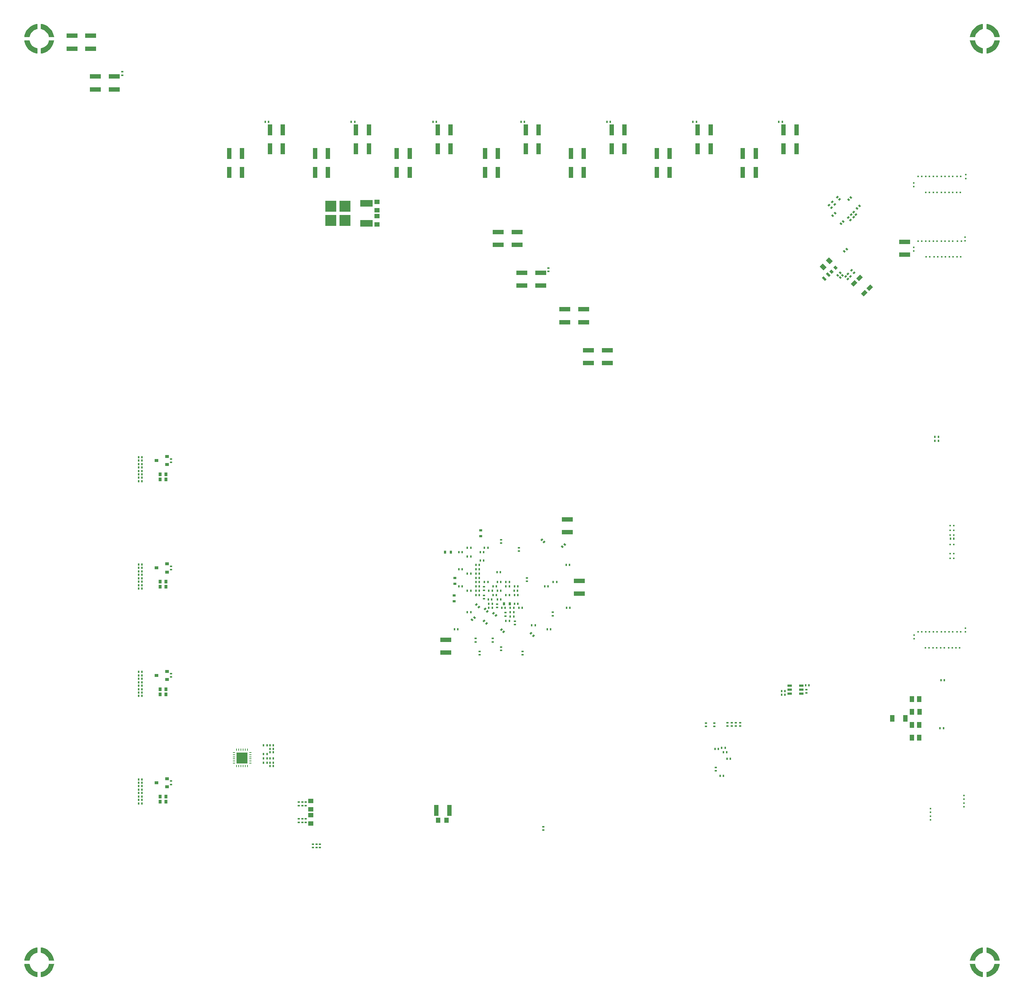
<source format=gbp>
G04*
G04 #@! TF.GenerationSoftware,Altium Limited,Altium Designer,22.10.1 (41)*
G04*
G04 Layer_Color=128*
%FSAX44Y44*%
%MOMM*%
G71*
G04*
G04 #@! TF.SameCoordinates,5DDCA6B8-CE55-411C-979C-A3AAA62AB61D*
G04*
G04*
G04 #@! TF.FilePolarity,Positive*
G04*
G01*
G75*
%ADD40R,0.3800X0.4800*%
%ADD48R,0.4800X0.3800*%
%ADD49R,0.4100X0.3600*%
%ADD50R,0.3600X0.4100*%
%ADD52R,1.0000X1.2500*%
%ADD53R,2.5000X1.0000*%
%ADD97R,1.0000X0.5000*%
%ADD105R,0.9500X0.6500*%
%ADD107R,1.2500X1.0000*%
%ADD108R,1.0000X2.5000*%
G04:AMPARAMS|DCode=114|XSize=0.48mm|YSize=0.38mm|CornerRadius=0mm|HoleSize=0mm|Usage=FLASHONLY|Rotation=45.000|XOffset=0mm|YOffset=0mm|HoleType=Round|Shape=Rectangle|*
%AMROTATEDRECTD114*
4,1,4,-0.0354,-0.3041,-0.3041,-0.0354,0.0354,0.3041,0.3041,0.0354,-0.0354,-0.3041,0.0*
%
%ADD114ROTATEDRECTD114*%

G04:AMPARAMS|DCode=115|XSize=0.48mm|YSize=0.38mm|CornerRadius=0mm|HoleSize=0mm|Usage=FLASHONLY|Rotation=135.000|XOffset=0mm|YOffset=0mm|HoleType=Round|Shape=Rectangle|*
%AMROTATEDRECTD115*
4,1,4,0.3041,-0.0354,0.0354,-0.3041,-0.3041,0.0354,-0.0354,0.3041,0.3041,-0.0354,0.0*
%
%ADD115ROTATEDRECTD115*%

%ADD118R,0.8000X0.6300*%
%ADD119R,0.6300X0.8000*%
%ADD230R,2.6000X2.6000*%
%ADD292R,1.0000X1.6000*%
G04:AMPARAMS|DCode=293|XSize=0.91mm|YSize=1.22mm|CornerRadius=0mm|HoleSize=0mm|Usage=FLASHONLY|Rotation=315.000|XOffset=0mm|YOffset=0mm|HoleType=Round|Shape=Rectangle|*
%AMROTATEDRECTD293*
4,1,4,-0.7531,-0.1096,0.1096,0.7531,0.7531,0.1096,-0.1096,-0.7531,-0.7531,-0.1096,0.0*
%
%ADD293ROTATEDRECTD293*%

G04:AMPARAMS|DCode=294|XSize=0.55mm|YSize=1mm|CornerRadius=0mm|HoleSize=0mm|Usage=FLASHONLY|Rotation=225.000|XOffset=0mm|YOffset=0mm|HoleType=Round|Shape=Rectangle|*
%AMROTATEDRECTD294*
4,1,4,-0.1591,0.5480,0.5480,-0.1591,0.1591,-0.5480,-0.5480,0.1591,-0.1591,0.5480,0.0*
%
%ADD294ROTATEDRECTD294*%

%ADD295R,0.6500X0.9000*%
%ADD296R,1.1000X1.4000*%
%ADD297R,0.2500X0.6000*%
%ADD298R,0.6000X0.2500*%
%ADD301R,3.0000X1.6000*%
G04:AMPARAMS|DCode=302|XSize=0.8mm|YSize=0.63mm|CornerRadius=0mm|HoleSize=0mm|Usage=FLASHONLY|Rotation=315.000|XOffset=0mm|YOffset=0mm|HoleType=Round|Shape=Rectangle|*
%AMROTATEDRECTD302*
4,1,4,-0.5056,0.0601,-0.0601,0.5056,0.5056,-0.0601,0.0601,-0.5056,-0.5056,0.0601,0.0*
%
%ADD302ROTATEDRECTD302*%

G04:AMPARAMS|DCode=303|XSize=1mm|YSize=1.25mm|CornerRadius=0mm|HoleSize=0mm|Usage=FLASHONLY|Rotation=225.000|XOffset=0mm|YOffset=0mm|HoleType=Round|Shape=Rectangle|*
%AMROTATEDRECTD303*
4,1,4,-0.0884,0.7955,0.7955,-0.0884,0.0884,-0.7955,-0.7955,0.0884,-0.0884,0.7955,0.0*
%
%ADD303ROTATEDRECTD303*%

%ADD316R,2.5000X2.5000*%
G36*
X00046000Y00027500D02*
X00044299Y00027870D01*
X00041006Y00028991D01*
X00037922Y00030600D01*
X00035117Y00032658D01*
X00032658Y00035117D01*
X00030600Y00037922D01*
X00028991Y00041006D01*
X00027870Y00044299D01*
X00027500Y00046000D01*
D01*
Y00046000D01*
X00015500Y00046000D01*
X00015835Y00043104D01*
X00017463Y00037505D01*
X00020001Y00032256D01*
X00023379Y00027503D01*
X00027502Y00023380D01*
X00032255Y00020002D01*
X00037504Y00017463D01*
X00043103Y00015835D01*
X00045999Y00015500D01*
X00045999Y00015500D01*
X00046000Y00027500D01*
D02*
G37*
G36*
X00027500Y00054000D02*
X00027870Y00055701D01*
X00028991Y00058994D01*
X00030600Y00062078D01*
X00032658Y00064883D01*
X00035117Y00067342D01*
X00037922Y00069400D01*
X00041006Y00071009D01*
X00044299Y00072130D01*
X00046000Y00072500D01*
Y00072500D01*
X00046000D01*
X00046000Y00084500D01*
X00043104Y00084165D01*
X00037505Y00082537D01*
X00032256Y00079999D01*
X00027503Y00076621D01*
X00023380Y00072498D01*
X00020002Y00067745D01*
X00017463Y00062496D01*
X00015835Y00056897D01*
X00015500Y00054001D01*
X00015500D01*
X00027500Y00054000D01*
D02*
G37*
G36*
X00072500Y00046000D02*
X00072130Y00044299D01*
X00071009Y00041006D01*
X00069400Y00037922D01*
X00067342Y00035117D01*
X00064883Y00032658D01*
X00062078Y00030600D01*
X00058994Y00028991D01*
X00055701Y00027870D01*
X00054000Y00027500D01*
X00054000D01*
X00054000D01*
Y00015500D01*
X00056896Y00015835D01*
X00062495Y00017463D01*
X00067744Y00020001D01*
X00072497Y00023379D01*
X00076620Y00027502D01*
X00079998Y00032255D01*
X00082537Y00037504D01*
X00084164Y00043103D01*
X00084500Y00045999D01*
Y00046000D01*
X00072500Y00046000D01*
D02*
G37*
G36*
X00054000Y00072500D02*
X00055701Y00072130D01*
X00058994Y00071009D01*
X00062078Y00069400D01*
X00064882Y00067342D01*
X00067342Y00064883D01*
X00069400Y00062078D01*
X00071009Y00058994D01*
X00072130Y00055701D01*
X00072500Y00054000D01*
X00072500Y00054000D01*
Y00054000D01*
X00084500D01*
X00084165Y00056896D01*
X00082537Y00062495D01*
X00079999Y00067744D01*
X00076621Y00072497D01*
X00072498Y00076620D01*
X00067745Y00079998D01*
X00062495Y00082537D01*
X00056897Y00084164D01*
X00054000Y00084500D01*
D01*
X00054000Y00072500D01*
D02*
G37*
G36*
X00046000Y02177500D02*
X00044299Y02177870D01*
X00041006Y02178991D01*
X00037922Y02180600D01*
X00035117Y02182658D01*
X00032658Y02185117D01*
X00030600Y02187922D01*
X00028991Y02191006D01*
X00027870Y02194299D01*
X00027500Y02196000D01*
D01*
Y02196000D01*
X00015500Y02196000D01*
X00015835Y02193104D01*
X00017463Y02187505D01*
X00020001Y02182256D01*
X00023379Y02177503D01*
X00027502Y02173380D01*
X00032255Y02170002D01*
X00037504Y02167463D01*
X00043103Y02165836D01*
X00045999Y02165500D01*
X00045999Y02165500D01*
X00046000Y02177500D01*
D02*
G37*
G36*
X00027500Y02204000D02*
X00027870Y02205701D01*
X00028991Y02208994D01*
X00030600Y02212078D01*
X00032658Y02214883D01*
X00035117Y02217342D01*
X00037922Y02219400D01*
X00041006Y02221009D01*
X00044299Y02222130D01*
X00046000Y02222500D01*
Y02222500D01*
X00046000D01*
X00046000Y02234500D01*
X00043104Y02234165D01*
X00037505Y02232537D01*
X00032256Y02229999D01*
X00027503Y02226621D01*
X00023380Y02222498D01*
X00020002Y02217745D01*
X00017463Y02212496D01*
X00015835Y02206897D01*
X00015500Y02204001D01*
X00015500D01*
X00027500Y02204000D01*
D02*
G37*
G36*
X00072500Y02196000D02*
X00072130Y02194299D01*
X00071009Y02191006D01*
X00069400Y02187922D01*
X00067342Y02185117D01*
X00064883Y02182658D01*
X00062078Y02180600D01*
X00058994Y02178991D01*
X00055701Y02177870D01*
X00054000Y02177500D01*
X00054000D01*
X00054000D01*
Y02165500D01*
X00056896Y02165835D01*
X00062495Y02167463D01*
X00067744Y02170001D01*
X00072497Y02173379D01*
X00076620Y02177502D01*
X00079998Y02182255D01*
X00082537Y02187504D01*
X00084164Y02193103D01*
X00084500Y02195999D01*
Y02196000D01*
X00072500Y02196000D01*
D02*
G37*
G36*
X00054000Y02222500D02*
X00055701Y02222130D01*
X00058994Y02221009D01*
X00062078Y02219400D01*
X00064882Y02217342D01*
X00067342Y02214883D01*
X00069400Y02212078D01*
X00071009Y02208994D01*
X00072130Y02205701D01*
X00072500Y02204000D01*
X00072500Y02204000D01*
Y02204000D01*
X00084500D01*
X00084165Y02206896D01*
X00082537Y02212495D01*
X00079999Y02217744D01*
X00076621Y02222497D01*
X00072498Y02226620D01*
X00067745Y02229998D01*
X00062495Y02232537D01*
X00056897Y02234164D01*
X00054000Y02234500D01*
D01*
X00054000Y02222500D01*
D02*
G37*
G36*
X02246000Y00027500D02*
X02244299Y00027870D01*
X02241006Y00028991D01*
X02237922Y00030600D01*
X02235117Y00032658D01*
X02232658Y00035117D01*
X02230600Y00037922D01*
X02228991Y00041006D01*
X02227870Y00044299D01*
X02227500Y00046000D01*
D01*
Y00046000D01*
X02215500Y00046000D01*
X02215835Y00043104D01*
X02217463Y00037505D01*
X02220001Y00032256D01*
X02223379Y00027503D01*
X02227502Y00023380D01*
X02232255Y00020002D01*
X02237504Y00017463D01*
X02243103Y00015835D01*
X02245999Y00015500D01*
X02245999Y00015500D01*
X02246000Y00027500D01*
D02*
G37*
G36*
X02227500Y00054000D02*
X02227870Y00055701D01*
X02228991Y00058994D01*
X02230600Y00062078D01*
X02232658Y00064883D01*
X02235117Y00067342D01*
X02237922Y00069400D01*
X02241006Y00071009D01*
X02244299Y00072130D01*
X02246000Y00072500D01*
Y00072500D01*
X02246000D01*
X02246000Y00084500D01*
X02243104Y00084165D01*
X02237505Y00082537D01*
X02232256Y00079999D01*
X02227503Y00076621D01*
X02223380Y00072498D01*
X02220002Y00067745D01*
X02217463Y00062496D01*
X02215836Y00056897D01*
X02215500Y00054001D01*
X02215500D01*
X02227500Y00054000D01*
D02*
G37*
G36*
X02272500Y00046000D02*
X02272130Y00044299D01*
X02271009Y00041006D01*
X02269400Y00037922D01*
X02267342Y00035117D01*
X02264883Y00032658D01*
X02262078Y00030600D01*
X02258994Y00028991D01*
X02255701Y00027870D01*
X02254000Y00027500D01*
X02254000D01*
X02254000D01*
Y00015500D01*
X02256896Y00015835D01*
X02262495Y00017463D01*
X02267744Y00020001D01*
X02272497Y00023379D01*
X02276620Y00027502D01*
X02279998Y00032255D01*
X02282537Y00037504D01*
X02284164Y00043103D01*
X02284500Y00045999D01*
Y00046000D01*
X02272500Y00046000D01*
D02*
G37*
G36*
X02254000Y00072500D02*
X02255701Y00072130D01*
X02258994Y00071009D01*
X02262078Y00069400D01*
X02264883Y00067342D01*
X02267342Y00064883D01*
X02269400Y00062078D01*
X02271009Y00058994D01*
X02272130Y00055701D01*
X02272500Y00054000D01*
X02272500Y00054000D01*
Y00054000D01*
X02284500D01*
X02284165Y00056896D01*
X02282537Y00062495D01*
X02279999Y00067744D01*
X02276621Y00072497D01*
X02272498Y00076620D01*
X02267745Y00079998D01*
X02262496Y00082537D01*
X02256897Y00084164D01*
X02254000Y00084500D01*
D01*
X02254000Y00072500D01*
D02*
G37*
G36*
X02246000Y02177500D02*
X02244299Y02177870D01*
X02241006Y02178991D01*
X02237922Y02180600D01*
X02235117Y02182658D01*
X02232658Y02185117D01*
X02230600Y02187922D01*
X02228991Y02191006D01*
X02227870Y02194299D01*
X02227500Y02196000D01*
D01*
Y02196000D01*
X02215500Y02196000D01*
X02215835Y02193104D01*
X02217463Y02187505D01*
X02220001Y02182256D01*
X02223379Y02177503D01*
X02227502Y02173380D01*
X02232255Y02170002D01*
X02237504Y02167463D01*
X02243103Y02165836D01*
X02245999Y02165500D01*
X02245999Y02165500D01*
X02246000Y02177500D01*
D02*
G37*
G36*
X02227500Y02204000D02*
X02227870Y02205701D01*
X02228991Y02208994D01*
X02230600Y02212078D01*
X02232658Y02214883D01*
X02235117Y02217342D01*
X02237922Y02219400D01*
X02241006Y02221009D01*
X02244299Y02222130D01*
X02246000Y02222500D01*
Y02222500D01*
X02246000D01*
X02246000Y02234500D01*
X02243104Y02234165D01*
X02237505Y02232537D01*
X02232256Y02229999D01*
X02227503Y02226621D01*
X02223380Y02222498D01*
X02220002Y02217745D01*
X02217463Y02212496D01*
X02215836Y02206897D01*
X02215500Y02204001D01*
X02215500D01*
X02227500Y02204000D01*
D02*
G37*
G36*
X02272500Y02196000D02*
X02272130Y02194299D01*
X02271009Y02191006D01*
X02269400Y02187922D01*
X02267342Y02185117D01*
X02264883Y02182658D01*
X02262078Y02180600D01*
X02258994Y02178991D01*
X02255701Y02177870D01*
X02254000Y02177500D01*
X02254000D01*
X02254000D01*
Y02165500D01*
X02256896Y02165835D01*
X02262495Y02167463D01*
X02267744Y02170001D01*
X02272497Y02173379D01*
X02276620Y02177502D01*
X02279998Y02182255D01*
X02282537Y02187504D01*
X02284164Y02193103D01*
X02284500Y02195999D01*
Y02196000D01*
X02272500Y02196000D01*
D02*
G37*
G36*
X02254000Y02222500D02*
X02255701Y02222130D01*
X02258994Y02221009D01*
X02262078Y02219400D01*
X02264883Y02217342D01*
X02267342Y02214883D01*
X02269400Y02212078D01*
X02271009Y02208994D01*
X02272130Y02205701D01*
X02272500Y02204000D01*
X02272500Y02204000D01*
Y02204000D01*
X02284500D01*
X02284165Y02206896D01*
X02282537Y02212495D01*
X02279999Y02217744D01*
X02276621Y02222497D01*
X02272498Y02226620D01*
X02267745Y02229998D01*
X02262496Y02232537D01*
X02256897Y02234164D01*
X02254000Y02234500D01*
D01*
X02254000Y02222500D01*
D02*
G37*
D40*
X02170050Y01036000D02*
D03*
X02177950D02*
D03*
X01226050Y00925000D02*
D03*
X01233950D02*
D03*
X01840950Y00695000D02*
D03*
X01833050Y00695000D02*
D03*
X00966050Y02006000D02*
D03*
X00973950D02*
D03*
X00576050Y02006000D02*
D03*
X00583950D02*
D03*
X00579950Y00515000D02*
D03*
X00572050Y00515000D02*
D03*
X01784950Y00681000D02*
D03*
X01777050Y00681000D02*
D03*
X01784950Y00673000D02*
D03*
X01777050D02*
D03*
X02146050Y00595000D02*
D03*
X02153950D02*
D03*
X02148050Y00707000D02*
D03*
X02155950D02*
D03*
X01106050Y00925000D02*
D03*
X01113950D02*
D03*
X01143950Y00925000D02*
D03*
X01136050D02*
D03*
X01163950D02*
D03*
X01156050D02*
D03*
X01116050Y00915000D02*
D03*
X01123950Y00915000D02*
D03*
X01093950Y00935000D02*
D03*
X01086050D02*
D03*
X01116050Y00935000D02*
D03*
X01123950D02*
D03*
X01096050Y00915000D02*
D03*
X01103950D02*
D03*
X01143950Y00905000D02*
D03*
X01136050D02*
D03*
X01136050Y00935000D02*
D03*
X01143950D02*
D03*
X01153950Y00875000D02*
D03*
X01146050D02*
D03*
X01106050Y00905000D02*
D03*
X01113950D02*
D03*
X01163950Y00905000D02*
D03*
X01156050D02*
D03*
Y00885000D02*
D03*
X01163950D02*
D03*
X01155050Y00915000D02*
D03*
X01162950D02*
D03*
X01146050Y00865000D02*
D03*
X01153950D02*
D03*
X01096050Y00875000D02*
D03*
X01103950D02*
D03*
X01095050Y00895000D02*
D03*
X01102950D02*
D03*
X01133950Y00875000D02*
D03*
X01126050Y00875000D02*
D03*
X01116050Y00895000D02*
D03*
X01123950Y00895000D02*
D03*
X01103950Y00885000D02*
D03*
X01096050D02*
D03*
X01066050Y00965000D02*
D03*
X01073950D02*
D03*
X01083950Y00985000D02*
D03*
X01076050D02*
D03*
X01073950Y00915000D02*
D03*
X01066050D02*
D03*
X01016050Y00825000D02*
D03*
X01023950D02*
D03*
X01122950Y00958000D02*
D03*
X01115050D02*
D03*
X01086050Y01015000D02*
D03*
X01093950D02*
D03*
X01166050Y00875000D02*
D03*
X01173950D02*
D03*
X01246050Y00935000D02*
D03*
X01253950D02*
D03*
X01284950Y00875000D02*
D03*
X01277050D02*
D03*
X01239950Y00825000D02*
D03*
X01232050D02*
D03*
X01283950Y00975000D02*
D03*
X01276050D02*
D03*
X02141950Y01264000D02*
D03*
X00783950Y02006000D02*
D03*
X01178950Y02006000D02*
D03*
X01778950D02*
D03*
X01578950D02*
D03*
X01378950D02*
D03*
X01136050Y00845000D02*
D03*
X01203950Y00835000D02*
D03*
X01053950Y00955000D02*
D03*
X01066050Y00905000D02*
D03*
X01053950Y00915000D02*
D03*
X01026050Y00925000D02*
D03*
X01053950Y01015000D02*
D03*
X01026050Y00965000D02*
D03*
Y01005000D02*
D03*
X01066050Y00945000D02*
D03*
X01053950Y00995000D02*
D03*
X01066050Y00925000D02*
D03*
X01083950Y01005000D02*
D03*
X00572050Y00525000D02*
D03*
Y00555000D02*
D03*
X00579950Y00535000D02*
D03*
X01629950Y00547000D02*
D03*
X01638050Y00549000D02*
D03*
X01650050Y00524000D02*
D03*
X01649950Y00539000D02*
D03*
X01641950Y00484000D02*
D03*
X01073950Y00905000D02*
D03*
X00594950Y00555000D02*
D03*
Y00515000D02*
D03*
X00594950Y00525000D02*
D03*
X00594950Y00507000D02*
D03*
X00594950Y00547000D02*
D03*
Y00539000D02*
D03*
X00572050Y00535000D02*
D03*
X01645950Y00549000D02*
D03*
X01634050Y00484000D02*
D03*
X02141950Y01273000D02*
D03*
X00281050Y00428000D02*
D03*
Y00420000D02*
D03*
Y00436000D02*
D03*
Y00444000D02*
D03*
Y00452000D02*
D03*
Y00460000D02*
D03*
Y00468000D02*
D03*
Y00476000D02*
D03*
Y00726000D02*
D03*
Y00694000D02*
D03*
Y00702000D02*
D03*
Y00710000D02*
D03*
Y00686000D02*
D03*
Y00678000D02*
D03*
Y00718000D02*
D03*
Y00670000D02*
D03*
Y00928000D02*
D03*
Y00944000D02*
D03*
Y00920000D02*
D03*
Y00976000D02*
D03*
Y00952000D02*
D03*
Y00936000D02*
D03*
Y00960000D02*
D03*
Y00968000D02*
D03*
Y01178000D02*
D03*
Y01194000D02*
D03*
Y01186000D02*
D03*
Y01170000D02*
D03*
Y01226000D02*
D03*
Y01210000D02*
D03*
Y01218000D02*
D03*
Y01202000D02*
D03*
X01657950Y00524000D02*
D03*
X01642050Y00539000D02*
D03*
X01073950Y00945000D02*
D03*
X01076050Y01005000D02*
D03*
X01073950Y00925000D02*
D03*
X01046050Y00955000D02*
D03*
Y01015000D02*
D03*
X01033950Y00925000D02*
D03*
Y00965000D02*
D03*
X01046050Y00995000D02*
D03*
X01033950Y01005000D02*
D03*
X01046050Y00915000D02*
D03*
X00579950Y00525000D02*
D03*
X00587050Y00515000D02*
D03*
X00587050Y00507000D02*
D03*
Y00547000D02*
D03*
X00579950Y00555000D02*
D03*
X00587050Y00539000D02*
D03*
X00587050Y00525000D02*
D03*
X00587050Y00555000D02*
D03*
X01073950Y00955000D02*
D03*
X01066050D02*
D03*
X01073950Y00975000D02*
D03*
X01066050Y00975000D02*
D03*
X01073950Y00935000D02*
D03*
X01066050D02*
D03*
X01622050Y00547000D02*
D03*
X00288950Y01202000D02*
D03*
Y01218000D02*
D03*
Y01210000D02*
D03*
Y01226000D02*
D03*
Y01170000D02*
D03*
Y01186000D02*
D03*
Y01194000D02*
D03*
Y01178000D02*
D03*
Y00968000D02*
D03*
Y00960000D02*
D03*
Y00936000D02*
D03*
Y00952000D02*
D03*
Y00976000D02*
D03*
Y00920000D02*
D03*
Y00944000D02*
D03*
Y00928000D02*
D03*
Y00670000D02*
D03*
Y00718000D02*
D03*
Y00678000D02*
D03*
Y00686000D02*
D03*
Y00710000D02*
D03*
Y00702000D02*
D03*
Y00694000D02*
D03*
Y00726000D02*
D03*
Y00476000D02*
D03*
Y00468000D02*
D03*
Y00460000D02*
D03*
Y00452000D02*
D03*
Y00444000D02*
D03*
Y00436000D02*
D03*
Y00420000D02*
D03*
Y00428000D02*
D03*
X01196050Y00835000D02*
D03*
X01146050Y00855000D02*
D03*
X01153950D02*
D03*
X01143950Y00845000D02*
D03*
X01053950Y00865000D02*
D03*
X01046050D02*
D03*
X01371050Y02006000D02*
D03*
X01571050Y02006000D02*
D03*
X01771050D02*
D03*
X01171050Y02006000D02*
D03*
X00776050D02*
D03*
X02134050Y01264000D02*
D03*
X02134050Y01273000D02*
D03*
D48*
X01621000Y00606950D02*
D03*
X01621000Y00599050D02*
D03*
X01671000Y00607950D02*
D03*
Y00600050D02*
D03*
X01661000Y00607950D02*
D03*
Y00600050D02*
D03*
X01601000Y00606950D02*
D03*
X01601000Y00599050D02*
D03*
X01651000Y00607950D02*
D03*
X01651000Y00600050D02*
D03*
X01681000Y00607950D02*
D03*
Y00600050D02*
D03*
X01835000Y00677050D02*
D03*
Y00684950D02*
D03*
X00654000Y00422950D02*
D03*
Y00415050D02*
D03*
Y00383950D02*
D03*
Y00376050D02*
D03*
X01115000Y00876050D02*
D03*
X01115000Y00883950D02*
D03*
X01175000Y00766050D02*
D03*
Y00773950D02*
D03*
X01157000Y00843950D02*
D03*
Y00836050D02*
D03*
X01075000Y00766050D02*
D03*
Y00773950D02*
D03*
X01065000Y00796050D02*
D03*
Y00803950D02*
D03*
X01185000Y00937050D02*
D03*
Y00944950D02*
D03*
X01166000Y01014950D02*
D03*
Y01007050D02*
D03*
X01125000Y01033950D02*
D03*
Y01026050D02*
D03*
X01245000Y00857050D02*
D03*
Y00864950D02*
D03*
X01085000Y00903950D02*
D03*
Y00896050D02*
D03*
X01085000Y00916050D02*
D03*
X01085000Y00923950D02*
D03*
X00243000Y02115050D02*
D03*
X01135000Y00863950D02*
D03*
X01235000Y01658050D02*
D03*
X01125000Y00776050D02*
D03*
X00357000Y00464050D02*
D03*
X00357000Y00714050D02*
D03*
Y00964050D02*
D03*
Y01214050D02*
D03*
X00670000Y00422950D02*
D03*
X00662000D02*
D03*
X01223000Y00358050D02*
D03*
X01624000Y00503950D02*
D03*
Y00496050D02*
D03*
X00687000Y00317050D02*
D03*
X00695000Y00317050D02*
D03*
X01105000Y00803950D02*
D03*
X01105000Y00796050D02*
D03*
X00703000Y00324950D02*
D03*
Y00317050D02*
D03*
X01223000Y00365950D02*
D03*
X00687000Y00324950D02*
D03*
X00695000D02*
D03*
X00670000Y00415050D02*
D03*
X00662000D02*
D03*
X00670000Y00383950D02*
D03*
Y00376050D02*
D03*
X00662000Y00383950D02*
D03*
Y00376050D02*
D03*
X00357000Y01221950D02*
D03*
Y00971950D02*
D03*
Y00721950D02*
D03*
X00357000Y00471950D02*
D03*
X01125000Y00783950D02*
D03*
X01235000Y01665950D02*
D03*
X01135000Y00856050D02*
D03*
X00243000Y02122950D02*
D03*
D49*
X02169750Y00990000D02*
D03*
X02178250D02*
D03*
X02169750Y01001000D02*
D03*
X02178250D02*
D03*
X02169750Y01023000D02*
D03*
X02178250D02*
D03*
X02169750Y01045000D02*
D03*
X02178250D02*
D03*
X02169750Y01056000D02*
D03*
X02178250D02*
D03*
X02169750Y01067000D02*
D03*
X02178250D02*
D03*
X02094750Y01729000D02*
D03*
X02103250D02*
D03*
X02175000Y00819000D02*
D03*
X02191250Y00782000D02*
D03*
X02165750Y00782000D02*
D03*
X02148750Y00819000D02*
D03*
X02103250Y00819000D02*
D03*
X02120250Y00782000D02*
D03*
X02112750Y00819000D02*
D03*
X02185750Y00819000D02*
D03*
X02156250Y00782000D02*
D03*
X02129750D02*
D03*
X02139250Y00819000D02*
D03*
X02103250Y01879000D02*
D03*
X02121500Y01842000D02*
D03*
X02112750Y01879000D02*
D03*
X02139250D02*
D03*
X02130750Y01842000D02*
D03*
X02157250D02*
D03*
X02148750Y01879000D02*
D03*
X02175000Y01879000D02*
D03*
X02166750Y01842000D02*
D03*
X02193250D02*
D03*
X02185750Y01879000D02*
D03*
X02112750Y01729000D02*
D03*
X02139250D02*
D03*
X02122250Y01692000D02*
D03*
X02131750D02*
D03*
X02186750Y01729000D02*
D03*
X02194250Y01692000D02*
D03*
X02175000Y01729000D02*
D03*
X02167750Y01692000D02*
D03*
X02158250D02*
D03*
X02148750Y01729000D02*
D03*
X02194250Y01879000D02*
D03*
X02184750Y01842000D02*
D03*
X02130750Y01879000D02*
D03*
X02113000Y01842000D02*
D03*
X02121250Y01879000D02*
D03*
X02094750D02*
D03*
X02148750Y01842000D02*
D03*
X02139250D02*
D03*
X02175250D02*
D03*
X02166500Y01879000D02*
D03*
X02157250Y01879000D02*
D03*
Y01729000D02*
D03*
X02149750Y01692000D02*
D03*
X02176250D02*
D03*
X02166500Y01729000D02*
D03*
X02121250Y01729000D02*
D03*
X02140250Y01692000D02*
D03*
X02113750D02*
D03*
X02130750Y01729000D02*
D03*
X02185750Y01692000D02*
D03*
X02195250Y01729000D02*
D03*
X02130750Y00819000D02*
D03*
X02138250Y00782000D02*
D03*
X02147750D02*
D03*
X02194250Y00819000D02*
D03*
X02121250Y00819000D02*
D03*
X02111750Y00782000D02*
D03*
X02094750Y00819000D02*
D03*
X02157250Y00819000D02*
D03*
X02174250Y00782000D02*
D03*
X02182750Y00782000D02*
D03*
X02166500Y00819000D02*
D03*
D50*
X02205000Y00828250D02*
D03*
X02086000Y00812000D02*
D03*
X02124000Y00381750D02*
D03*
X02124000Y00408250D02*
D03*
X02202000Y00438250D02*
D03*
Y00411750D02*
D03*
X02085000Y01864250D02*
D03*
X02206000Y01874750D02*
D03*
X02085000Y01714250D02*
D03*
X02204000Y01738250D02*
D03*
X02085000Y01705750D02*
D03*
X02206000Y01883250D02*
D03*
X02085000Y01855750D02*
D03*
X02204000Y01729750D02*
D03*
X02202000Y00420250D02*
D03*
Y00429750D02*
D03*
X02124000Y00399750D02*
D03*
X02124000Y00390250D02*
D03*
X02086000Y00803500D02*
D03*
X02205000Y00819750D02*
D03*
D52*
X00998000Y00380998D02*
D03*
X00978000D02*
D03*
D53*
X01118000Y01750000D02*
D03*
Y01720000D02*
D03*
X01217000Y01625000D02*
D03*
X01217000Y01655000D02*
D03*
X01273000Y01570000D02*
D03*
Y01540000D02*
D03*
X01328000Y01445000D02*
D03*
Y01475000D02*
D03*
X01162000Y01750000D02*
D03*
X01162000Y01720000D02*
D03*
X01173000Y01625000D02*
D03*
Y01655000D02*
D03*
X01317000Y01570000D02*
D03*
Y01540000D02*
D03*
X01372000Y01445000D02*
D03*
Y01475000D02*
D03*
X00996000Y00801000D02*
D03*
Y00771000D02*
D03*
X01279000Y01081000D02*
D03*
Y01051000D02*
D03*
X01307000Y00908000D02*
D03*
Y00938000D02*
D03*
X00181000Y02112000D02*
D03*
X00225000D02*
D03*
X00126000Y02177000D02*
D03*
X00170000D02*
D03*
X02064000Y01727000D02*
D03*
Y01697000D02*
D03*
X00181000Y02082000D02*
D03*
X00225000Y02082000D02*
D03*
X00126000Y02207000D02*
D03*
X00170000D02*
D03*
D97*
X01796150Y00675500D02*
D03*
Y00694500D02*
D03*
X01823150Y00694500D02*
D03*
X01823150Y00675500D02*
D03*
X01823150Y00685000D02*
D03*
X01796150Y00685000D02*
D03*
D105*
X00347350Y00458500D02*
D03*
Y00708500D02*
D03*
Y00958500D02*
D03*
Y01208500D02*
D03*
Y01227500D02*
D03*
X00322650Y01218000D02*
D03*
X00347350Y00977500D02*
D03*
X00322650Y00968000D02*
D03*
X00347350Y00727500D02*
D03*
X00322650Y00718000D02*
D03*
X00347350Y00477500D02*
D03*
X00322650Y00468000D02*
D03*
D107*
X00835999Y01767500D02*
D03*
X00835999Y01787500D02*
D03*
X00836002Y01820500D02*
D03*
X00836002Y01800500D02*
D03*
X00681998Y00426000D02*
D03*
Y00393000D02*
D03*
Y00373000D02*
D03*
Y00406000D02*
D03*
D108*
X00974000Y00404000D02*
D03*
X01004000D02*
D03*
X00882000Y01933000D02*
D03*
X00912000Y01933000D02*
D03*
X00882000Y01889000D02*
D03*
X00912000D02*
D03*
X01007000Y01944000D02*
D03*
X00977000Y01944000D02*
D03*
X01007000Y01988000D02*
D03*
X00977000Y01988000D02*
D03*
X00617000Y01988000D02*
D03*
X00587000D02*
D03*
X00492000Y01933000D02*
D03*
X00522000D02*
D03*
X00492000Y01889000D02*
D03*
X00522000D02*
D03*
X00617000Y01944000D02*
D03*
X00587000D02*
D03*
X00722000Y01933000D02*
D03*
Y01889000D02*
D03*
X00787000Y01944000D02*
D03*
Y01988000D02*
D03*
X01117000Y01889000D02*
D03*
X01117000Y01933000D02*
D03*
X01182000Y01988000D02*
D03*
Y01944000D02*
D03*
X01717000Y01889000D02*
D03*
Y01933000D02*
D03*
X01782000Y01944000D02*
D03*
Y01988000D02*
D03*
X01582000Y01944000D02*
D03*
Y01988000D02*
D03*
X01517000Y01933000D02*
D03*
Y01889000D02*
D03*
X01382000Y01944000D02*
D03*
X01382000Y01988000D02*
D03*
X01317000Y01933000D02*
D03*
Y01889000D02*
D03*
X01412000Y01944000D02*
D03*
X01412000Y01988000D02*
D03*
X01812000Y01944000D02*
D03*
Y01988000D02*
D03*
X01612000Y01944000D02*
D03*
Y01988000D02*
D03*
X00692000Y01933000D02*
D03*
Y01889000D02*
D03*
X01087000D02*
D03*
Y01933000D02*
D03*
X01687000Y01889000D02*
D03*
Y01933000D02*
D03*
X01487000D02*
D03*
Y01889000D02*
D03*
X01287000Y01933000D02*
D03*
Y01889000D02*
D03*
X01212000Y01944000D02*
D03*
Y01988000D02*
D03*
X00817000D02*
D03*
Y01944000D02*
D03*
D114*
X01130793Y00819207D02*
D03*
X01125207Y00824793D02*
D03*
X01090793Y00839207D02*
D03*
X01085207Y00844793D02*
D03*
X01199793Y00810207D02*
D03*
X01194207Y00815793D02*
D03*
X01931693Y01640973D02*
D03*
X01926106Y01646559D02*
D03*
X01945835Y01655115D02*
D03*
X01940249Y01660701D02*
D03*
X01937349Y01646630D02*
D03*
X01931763Y01652216D02*
D03*
X01937713Y01777751D02*
D03*
X01932127Y01783337D02*
D03*
X01950441Y01790479D02*
D03*
X01944855Y01796065D02*
D03*
X01944785Y01784822D02*
D03*
X01939198Y01790408D02*
D03*
X01895358Y01820107D02*
D03*
X01900944Y01814521D02*
D03*
X01906707Y01831385D02*
D03*
X01912293Y01825799D02*
D03*
X01887580Y01812328D02*
D03*
X01893166Y01806742D02*
D03*
X01219207Y01033793D02*
D03*
X01224793Y01028207D02*
D03*
X01067207Y00882793D02*
D03*
X01072793Y00877207D02*
D03*
X01092793Y00867207D02*
D03*
X01087207Y00872793D02*
D03*
X01107207Y00862793D02*
D03*
X01112793Y00857207D02*
D03*
D115*
X01913379Y01643801D02*
D03*
X01918965Y01649387D02*
D03*
X01907722Y01649458D02*
D03*
X01913308Y01655044D02*
D03*
X01928864Y01710199D02*
D03*
X01923278Y01704612D02*
D03*
X01958220Y01810914D02*
D03*
X01952634Y01805328D02*
D03*
X01938421Y01830713D02*
D03*
X01932834Y01825127D02*
D03*
X01915207Y01769207D02*
D03*
X01920793Y01774793D02*
D03*
X01896065Y01788358D02*
D03*
X01901651Y01793944D02*
D03*
X01272793Y01022793D02*
D03*
X01267207Y01017207D02*
D03*
X01062793Y00852793D02*
D03*
X01057207Y00847207D02*
D03*
D118*
X01015000Y00890250D02*
D03*
Y00903750D02*
D03*
X01017000Y00944750D02*
D03*
Y00931250D02*
D03*
X01077000Y01055750D02*
D03*
Y01042250D02*
D03*
D119*
X01131250Y00885000D02*
D03*
X01144750D02*
D03*
X00994250Y01005000D02*
D03*
X01007750D02*
D03*
D230*
X00728000Y01810001D02*
D03*
Y01777001D02*
D03*
X00761002Y01777000D02*
D03*
X00761000Y01809998D02*
D03*
D292*
X02065000Y00618000D02*
D03*
X02035000D02*
D03*
D293*
X01969558Y01607350D02*
D03*
X01946224Y01630685D02*
D03*
X01958952Y01643412D02*
D03*
X01982286Y01620078D02*
D03*
D294*
X01876581Y01641581D02*
D03*
X01885419Y01650419D02*
D03*
D295*
X00331250Y01174000D02*
D03*
X00344750D02*
D03*
Y00436000D02*
D03*
Y00424000D02*
D03*
Y00674000D02*
D03*
Y00686000D02*
D03*
Y00924000D02*
D03*
Y00936000D02*
D03*
Y01186000D02*
D03*
X00331250D02*
D03*
Y00936000D02*
D03*
Y00924000D02*
D03*
Y00686000D02*
D03*
Y00674000D02*
D03*
Y00424000D02*
D03*
Y00436000D02*
D03*
D296*
X02097750Y00573000D02*
D03*
X02080250D02*
D03*
Y00663000D02*
D03*
X02097750D02*
D03*
X02080250Y00603000D02*
D03*
X02097750D02*
D03*
X02080500Y00633000D02*
D03*
X02098000D02*
D03*
D297*
X00534500Y00506875D02*
D03*
X00529500D02*
D03*
X00524500Y00506875D02*
D03*
X00519500D02*
D03*
X00514500D02*
D03*
X00509500Y00506875D02*
D03*
Y00545130D02*
D03*
X00514500D02*
D03*
X00519500Y00545130D02*
D03*
X00524500D02*
D03*
X00529500D02*
D03*
X00534500D02*
D03*
D298*
X00502870Y00513500D02*
D03*
Y00518500D02*
D03*
Y00528500D02*
D03*
X00502870Y00533500D02*
D03*
Y00538500D02*
D03*
X00541130D02*
D03*
Y00533500D02*
D03*
X00541130Y00523500D02*
D03*
Y00518500D02*
D03*
Y00513500D02*
D03*
Y00528500D02*
D03*
X00502870Y00523500D02*
D03*
D301*
X00811000Y01770500D02*
D03*
X00811000Y01816500D02*
D03*
D302*
X01893014Y01657378D02*
D03*
X01902560Y01666924D02*
D03*
D303*
X01873930Y01668928D02*
D03*
X01888072Y01683070D02*
D03*
D316*
X00522000Y00526000D02*
D03*
M02*

</source>
